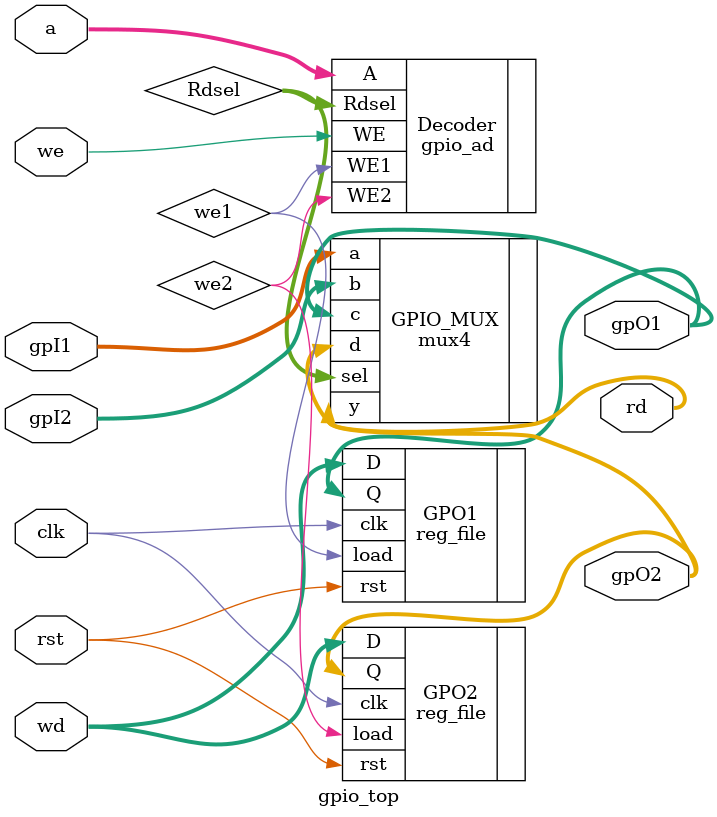
<source format=v>
module gpio_top(
        input           clk, rst,
        input  [3:2]    a,
        input           we,
        input  [31:0]   wd,
        input  [31:0]   gpI1,
        input  [31:0]   gpI2,
        output [31:0]   rd,
        output [31:0]   gpO1,
        output [31:0]   gpO2
    );
    
    wire [1:0] Rdsel;
    wire       we1, we2;
    
    gpio_ad Decoder (
        .A      (a),
        .WE     (we),
        .WE1    (we1),
        .WE2    (we2),
        .Rdsel  (Rdsel)
    );
    
    reg_file GPO1 (
        .clk    (clk),
        .rst    (rst),
        .load   (we1),
        .D      (wd),
        .Q      (gpO1)
    );
    
    reg_file GPO2 (
        .clk    (clk),
        .rst    (rst),
        .load   (we2),
        .D      (wd),
        .Q      (gpO2)
    );
    
    mux4 #(32) GPIO_MUX (
        .a (gpI1),
        .b (gpI2),
        .c (gpO1),
        .d (gpO2),
        .sel (Rdsel),
        .y (rd)
    );
    
    
    
endmodule

</source>
